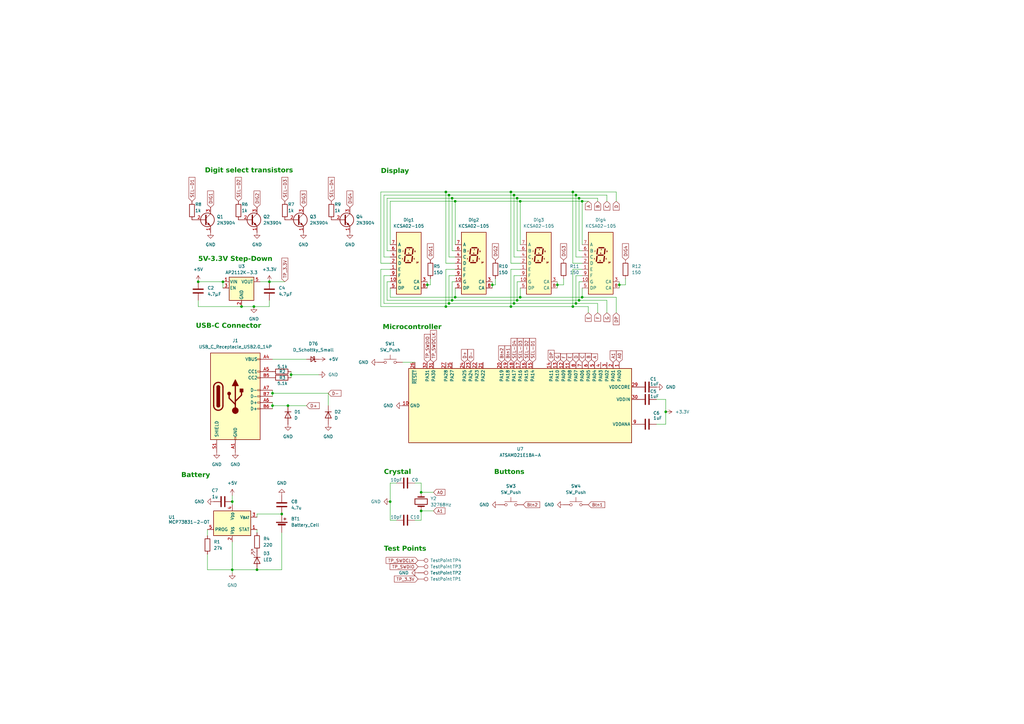
<source format=kicad_sch>
(kicad_sch (version 20231120) (generator "eeschema") (generator_version "8.0")
  (paper "A3")
  (title_block (title "Watch PCB") (date "2025-04-29") (rev "0.9"))
  (lib_symbols
    (symbol "Battery_Management:MCP73831-2-OT"
      (property "Reference" "U" (at -7.62 6.35 0))
      (property "Value" "MCP73831-2-OT" (at 1.27 6.35 0))
      (symbol "MCP73831-2-OT_1_1"
        (pin tri_state line (at 10.16 -2.54 180) (length 2.54) (name "STAT") (number "1"))
        (pin power_in line (at 0 -7.62 90) (length 2.54) (name "V_{SS}") (number "2"))
        (pin power_out line (at 10.16 2.54 180) (length 2.54) (name "V_{BAT}") (number "3"))
        (pin power_in line (at 0 7.62 270) (length 2.54) (name "V_{DD}") (number "4"))
        (pin input line (at -10.16 -2.54 0) (length 2.54) (name "PROG") (number "5"))
      )
    )
    (symbol "Connector:TestPoint" (pin_numbers hide) (pin_names (offset 0.762) hide)
      (property "Reference" "TP" (at 0 6.858 0))
      (property "Value" "TestPoint" (at 0 5.08 0))
      (symbol "TestPoint_1_1"
        (pin passive line (at 0 0 90) (length 2.54) (name "1") (number "1"))
      )
    )
    (symbol "Connector:USB_C_Receptacle_USB2.0_14P" (pin_names (offset 1.016))
      (property "Reference" "J" (at 0 22.225 0))
      (property "Value" "USB_C_Receptacle_USB2.0_14P" (at 0 19.685 0))
      (symbol "USB_C_Receptacle_USB2.0_14P_1_1"
        (pin passive line (at 0 -22.86 90) (length 5.08) (name "GND") (number "A1"))
        (pin passive line (at 0 -22.86 90) (length 5.08) hide (name "GND") (number "A12"))
        (pin passive line (at 15.24 15.24 180) (length 5.08) (name "VBUS") (number "A4"))
        (pin bidirectional line (at 15.24 10.16 180) (length 5.08) (name "CC1") (number "A5"))
        (pin bidirectional line (at 15.24 -2.54 180) (length 5.08) (name "D+") (number "A6"))
        (pin bidirectional line (at 15.24 2.54 180) (length 5.08) (name "D-") (number "A7"))
        (pin passive line (at 15.24 15.24 180) (length 5.08) hide (name "VBUS") (number "A9"))
        (pin passive line (at 0 -22.86 90) (length 5.08) hide (name "GND") (number "B1"))
        (pin passive line (at 0 -22.86 90) (length 5.08) hide (name "GND") (number "B12"))
        (pin passive line (at 15.24 15.24 180) (length 5.08) hide (name "VBUS") (number "B4"))
        (pin bidirectional line (at 15.24 7.62 180) (length 5.08) (name "CC2") (number "B5"))
        (pin bidirectional line (at 15.24 -5.08 180) (length 5.08) (name "D+") (number "B6"))
        (pin bidirectional line (at 15.24 0 180) (length 5.08) (name "D-") (number "B7"))
        (pin passive line (at 15.24 15.24 180) (length 5.08) hide (name "VBUS") (number "B9"))
        (pin passive line (at -7.62 -22.86 90) (length 5.08) (name "SHIELD") (number "S1"))
      )
    )
    (symbol "Device:Battery_Cell" (pin_numbers hide) (pin_names (offset 0) hide)
      (property "Reference" "BT" (at 2.54 2.54 0))
      (property "Value" "Battery_Cell" (at 2.54 0 0))
      (symbol "Battery_Cell_1_1"
        (pin passive line (at 0 5.08 270) (length 2.54) (name "+") (number "1"))
        (pin passive line (at 0 -2.54 90) (length 2.54) (name "-") (number "2"))
      )
    )
    (symbol "Device:C" (pin_numbers hide) (pin_names (offset 0.254))
      (property "Reference" "C" (at 0.635 2.54 0))
      (property "Value" "C" (at 0.635 -2.54 0))
      (symbol "C_1_1"
        (pin passive line (at 0 3.81 270) (length 2.794) (name "~") (number "1"))
        (pin passive line (at 0 -3.81 90) (length 2.794) (name "~") (number "2"))
      )
    )
    (symbol "Device:Crystal" (pin_numbers hide) (pin_names (offset 1.016) hide)
      (property "Reference" "Y" (at 0 3.81 0))
      (property "Value" "Crystal" (at 0 -3.81 0))
      (symbol "Crystal_1_1"
        (pin passive line (at -3.81 0 0) (length 1.27) (name "1") (number "1"))
        (pin passive line (at 3.81 0 180) (length 1.27) (name "2") (number "2"))
      )
    )
    (symbol "Device:D" (pin_numbers hide) (pin_names (offset 1.016) hide)
      (property "Reference" "D" (at 0 2.54 0))
      (property "Value" "D" (at 0 -2.54 0))
      (symbol "D_1_1"
        (pin passive line (at -3.81 0 0) (length 2.54) (name "K") (number "1"))
        (pin passive line (at 3.81 0 180) (length 2.54) (name "A") (number "2"))
      )
    )
    (symbol "Device:D_Schottky_Small" (pin_numbers hide) (pin_names (offset 0.254) hide)
      (property "Reference" "D" (at -1.27 2.032 0))
      (property "Value" "D_Schottky_Small" (at -7.112 -2.032 0))
      (symbol "D_Schottky_Small_1_1"
        (pin passive line (at -2.54 0 0) (length 1.778) (name "K") (number "1"))
        (pin passive line (at 2.54 0 180) (length 1.778) (name "A") (number "2"))
      )
    )
    (symbol "Device:LED" (pin_numbers hide) (pin_names (offset 1.016) hide)
      (property "Reference" "D" (at 0 2.54 0))
      (property "Value" "LED" (at 0 -2.54 0))
      (symbol "LED_1_1"
        (pin passive line (at -3.81 0 0) (length 2.54) (name "K") (number "1"))
        (pin passive line (at 3.81 0 180) (length 2.54) (name "A") (number "2"))
      )
    )
    (symbol "Device:R" (pin_numbers hide) (pin_names (offset 0))
      (property "Reference" "R" (at 2.032 0 90))
      (property "Value" "R" (at 0 0 90))
      (symbol "R_1_1"
        (pin passive line (at 0 3.81 270) (length 1.27) (name "~") (number "1"))
        (pin passive line (at 0 -3.81 90) (length 1.27) (name "~") (number "2"))
      )
    )
    (symbol "Display_Character:KCSA02-105" (pin_names (offset 0.635))
      (property "Reference" "U" (at -2.54 13.97 0))
      (property "Value" "KCSA02-105" (at 1.27 13.97 0))
      (symbol "KCSA02-105_0_0"
        (text "A" (at 0.254 5.588 0) (effects (font (size 0.508 0.508))))
        (text "B" (at 2.54 4.826 0) (effects (font (size 0.508 0.508))))
        (text "C" (at 2.286 1.778 0) (effects (font (size 0.508 0.508))))
        (text "D" (at -0.254 1.016 0) (effects (font (size 0.508 0.508))))
        (text "DP" (at 3.556 0.254 0) (effects (font (size 0.508 0.508))))
        (text "E" (at -2.54 1.778 0) (effects (font (size 0.508 0.508))))
        (text "F" (at -2.286 4.826 0) (effects (font (size 0.508 0.508))))
        (text "G" (at 0 4.064 0) (effects (font (size 0.508 0.508))))
      )
      (symbol "KCSA02-105_1_1"
        (pin input line (at -7.62 -2.54 0) (length 2.54) (name "E") (number "1"))
        (pin input line (at -7.62 -7.62 0) (length 2.54) (name "G") (number "10"))
        (pin input line (at -7.62 0 0) (length 2.54) (name "D") (number "2"))
        (pin input line (at 7.62 -7.62 180) (length 2.54) (name "CA") (number "3"))
        (pin input line (at -7.62 2.54 0) (length 2.54) (name "C") (number "4"))
        (pin input line (at -7.62 -10.16 0) (length 2.54) (name "DP") (number "5"))
        (pin input line (at -7.62 5.08 0) (length 2.54) (name "B") (number "6"))
        (pin input line (at -7.62 7.62 0) (length 2.54) (name "A") (number "7"))
        (pin input line (at 7.62 -10.16 180) (length 2.54) (name "CA") (number "8"))
        (pin input line (at -7.62 -5.08 0) (length 2.54) (name "F") (number "9"))
      )
    )
    (symbol "MCU_Microchip_SAMD:ATSAMD21E18A-A"
      (property "Reference" "U" (at -13.97 46.99 0))
      (property "Value" "ATSAMD21E18A-A" (at 16.51 46.99 0))
      (symbol "ATSAMD21E18A-A_1_1"
        (pin bidirectional line (at -17.78 40.64 0) (length 2.54) (name "PA00") (number "1"))
        (pin power_in line (at 0 -48.26 90) (length 2.54) (name "GND") (number "10"))
        (pin bidirectional line (at -17.78 20.32 0) (length 2.54) (name "PA08") (number "11"))
        (pin bidirectional line (at -17.78 17.78 0) (length 2.54) (name "PA09") (number "12"))
        (pin bidirectional line (at -17.78 15.24 0) (length 2.54) (name "PA10") (number "13"))
        (pin bidirectional line (at -17.78 12.7 0) (length 2.54) (name "PA11") (number "14"))
        (pin bidirectional line (at -17.78 5.08 0) (length 2.54) (name "PA14") (number "15"))
        (pin bidirectional line (at -17.78 2.54 0) (length 2.54) (name "PA15") (number "16"))
        (pin bidirectional line (at -17.78 0 0) (length 2.54) (name "PA16") (number "17"))
        (pin bidirectional line (at -17.78 -2.54 0) (length 2.54) (name "PA17") (number "18"))
        (pin bidirectional line (at -17.78 -5.08 0) (length 2.54) (name "PA18") (number "19"))
        (pin bidirectional line (at -17.78 38.1 0) (length 2.54) (name "PA01") (number "2"))
        (pin bidirectional line (at -17.78 -7.62 0) (length 2.54) (name "PA19") (number "20"))
        (pin bidirectional line (at -17.78 -15.24 0) (length 2.54) (name "PA22") (number "21"))
        (pin bidirectional line (at -17.78 -17.78 0) (length 2.54) (name "PA23") (number "22"))
        (pin bidirectional line (at -17.78 -20.32 0) (length 2.54) (name "PA24") (number "23"))
        (pin bidirectional line (at -17.78 -22.86 0) (length 2.54) (name "PA25") (number "24"))
        (pin bidirectional line (at -17.78 -27.94 0) (length 2.54) (name "PA27") (number "25"))
        (pin input line (at -17.78 -43.18 0) (length 2.54) (name "~{RESET}") (number "26"))
        (pin bidirectional line (at -17.78 -30.48 0) (length 2.54) (name "PA28") (number "27"))
        (pin passive line (at 0 -48.26 90) (length 2.54) hide (name "GND") (number "28"))
        (pin power_out line (at -7.62 48.26 270) (length 2.54) (name "VDDCORE") (number "29"))
        (pin bidirectional line (at -17.78 35.56 0) (length 2.54) (name "PA02") (number "3"))
        (pin power_in line (at -2.54 48.26 270) (length 2.54) (name "VDDIN") (number "30"))
        (pin bidirectional line (at -17.78 -35.56 0) (length 2.54) (name "PA30") (number "31"))
        (pin bidirectional line (at -17.78 -38.1 0) (length 2.54) (name "PA31") (number "32"))
        (pin bidirectional line (at -17.78 33.02 0) (length 2.54) (name "PA03") (number "4"))
        (pin bidirectional line (at -17.78 30.48 0) (length 2.54) (name "PA04") (number "5"))
        (pin bidirectional line (at -17.78 27.94 0) (length 2.54) (name "PA05") (number "6"))
        (pin bidirectional line (at -17.78 25.4 0) (length 2.54) (name "PA06") (number "7"))
        (pin bidirectional line (at -17.78 22.86 0) (length 2.54) (name "PA07") (number "8"))
        (pin power_in line (at 7.62 48.26 270) (length 2.54) (name "VDDANA") (number "9"))
      )
    )
    (symbol "Regulator_Linear:AP2112K-3.3" (pin_names (offset 0.254))
      (property "Reference" "U" (at -5.08 5.715 0))
      (property "Value" "AP2112K-3.3" (at 0 5.715 0))
      (symbol "AP2112K-3.3_1_1"
        (pin power_in line (at -7.62 2.54 0) (length 2.54) (name "VIN") (number "1"))
        (pin power_in line (at 0 -7.62 90) (length 2.54) (name "GND") (number "2"))
        (pin input line (at -7.62 0 0) (length 2.54) (name "EN") (number "3"))
        (pin no_connect line (at 5.08 0 180) (length 2.54) hide (name "NC") (number "4"))
        (pin power_out line (at 7.62 2.54 180) (length 2.54) (name "VOUT") (number "5"))
      )
    )
    (symbol "Switch:SW_Push" (pin_numbers hide) (pin_names (offset 1.016) hide)
      (property "Reference" "SW" (at 1.27 2.54 0))
      (property "Value" "SW_Push" (at 0 -1.524 0))
      (symbol "SW_Push_0_1"
        (pin passive line (at -5.08 0 0) (length 2.54) (name "1") (number "1"))
        (pin passive line (at 5.08 0 180) (length 2.54) (name "2") (number "2"))
      )
    )
    (symbol "Transistor_BJT:2N3904" (pin_names (offset 0) hide)
      (property "Reference" "Q" (at 5.08 1.905 0))
      (property "Value" "2N3904" (at 5.08 0 0))
      (symbol "2N3904_1_1"
        (pin passive line (at 2.54 -5.08 90) (length 2.54) (name "E") (number "1"))
        (pin passive line (at -5.08 0 0) (length 5.715) (name "B") (number "2"))
        (pin passive line (at 2.54 5.08 270) (length 2.54) (name "C") (number "3"))
      )
    )
    (symbol "power:+3.3V" (power) (pin_numbers hide) (pin_names (offset 0) hide)
      (property "Value" "+3.3V" (at 0 3.556 0))
      (symbol "+3.3V_1_1"
        (pin power_in line (at 0 0 90) (length 0) (name "~") (number "1"))
      )
    )
    (symbol "power:+5V" (power) (pin_numbers hide) (pin_names (offset 0) hide)
      (property "Value" "+5V" (at 0 3.556 0))
      (symbol "+5V_1_1"
        (pin power_in line (at 0 0 90) (length 0) (name "~") (number "1"))
      )
    )
    (symbol "power:GND" (power) (pin_numbers hide) (pin_names (offset 0) hide)
      (property "Value" "GND" (at 0 -3.81 0))
      (symbol "GND_1_1"
        (pin power_in line (at 0 0 270) (length 0) (name "~") (number "1"))
      )
    )
  )
  (junction (at 95.25 205.74))
  (junction (at 160.02 205.74))
  (junction (at 111.76 166.37))
  (junction (at 254 116.84))
  (junction (at 238.76 121.92))
  (junction (at 237.49 81.28))
  (junction (at 237.49 123.19))
  (junction (at 210.82 80.01))
  (junction (at 172.72 209.55))
  (junction (at 105.41 233.68))
  (junction (at 175.26 116.84))
  (junction (at 212.09 123.19))
  (junction (at 201.93 116.84))
  (junction (at 104.14 125.73))
  (junction (at 172.72 201.93))
  (junction (at 212.09 81.28))
  (junction (at 91.44 115.57))
  (junction (at 184.15 124.46))
  (junction (at 118.11 166.37))
  (junction (at 119.38 153.67))
  (junction (at 228.6 116.84))
  (junction (at 115.57 210.82))
  (junction (at 234.95 125.73))
  (junction (at 111.76 161.29))
  (junction (at 238.76 82.55))
  (junction (at 185.42 123.19))
  (junction (at 186.69 121.92))
  (junction (at 99.06 125.73))
  (junction (at 236.22 80.01))
  (junction (at 273.05 168.91))
  (junction (at 213.36 121.92))
  (junction (at 209.55 125.73))
  (junction (at 236.22 124.46))
  (junction (at 234.95 78.74))
  (junction (at 182.88 125.73))
  (junction (at 213.36 82.55))
  (junction (at 182.88 78.74))
  (junction (at 210.82 124.46))
  (junction (at 209.55 78.74))
  (junction (at 184.15 80.01))
  (junction (at 81.28 115.57))
  (junction (at 185.42 81.28))
  (junction (at 186.69 82.55))
  (junction (at 110.49 115.57))
  (junction (at 95.25 233.68))
  (wire (pts (xy 245.11 128.27) (xy 245.11 124.46)))
  (wire (pts (xy 160.02 198.12) (xy 162.56 198.12)))
  (wire (pts (xy 236.22 80.01) (xy 236.22 105.41)))
  (wire (pts (xy 110.49 125.73) (xy 104.14 125.73)))
  (wire (pts (xy 115.57 233.68) (xy 105.41 233.68)))
  (wire (pts (xy 248.92 80.01) (xy 248.92 82.55)))
  (wire (pts (xy 234.95 125.73) (xy 234.95 110.49)))
  (wire (pts (xy 186.69 118.11) (xy 186.69 121.92)))
  (wire (pts (xy 111.76 166.37) (xy 118.11 166.37)))
  (wire (pts (xy 213.36 113.03) (xy 210.82 113.03)))
  (wire (pts (xy 104.14 125.73) (xy 99.06 125.73)))
  (wire (pts (xy 212.09 115.57) (xy 212.09 123.19)))
  (wire (pts (xy 273.05 163.83) (xy 273.05 168.91)))
  (wire (pts (xy 213.36 102.87) (xy 212.09 102.87)))
  (wire (pts (xy 176.53 114.3) (xy 176.53 116.84)))
  (wire (pts (xy 248.92 123.19) (xy 237.49 123.19)))
  (wire (pts (xy 184.15 124.46) (xy 210.82 124.46)))
  (wire (pts (xy 254 115.57) (xy 254 116.84)))
  (wire (pts (xy 212.09 123.19) (xy 237.49 123.19)))
  (wire (pts (xy 160.02 198.12) (xy 160.02 205.74)))
  (wire (pts (xy 210.82 105.41) (xy 210.82 80.01)))
  (wire (pts (xy 238.76 82.55) (xy 241.3 82.55)))
  (wire (pts (xy 134.62 166.37) (xy 134.62 161.29)))
  (wire (pts (xy 210.82 80.01) (xy 236.22 80.01)))
  (wire (pts (xy 160.02 102.87) (xy 158.75 102.87)))
  (wire (pts (xy 156.21 125.73) (xy 182.88 125.73)))
  (wire (pts (xy 95.25 203.2) (xy 95.25 205.74)))
  (wire (pts (xy 237.49 102.87) (xy 238.76 102.87)))
  (wire (pts (xy 160.02 82.55) (xy 186.69 82.55)))
  (wire (pts (xy 234.95 78.74) (xy 252.73 78.74)))
  (wire (pts (xy 213.36 105.41) (xy 210.82 105.41)))
  (wire (pts (xy 172.72 213.36) (xy 172.72 209.55)))
  (wire (pts (xy 106.68 115.57) (xy 110.49 115.57)))
  (wire (pts (xy 172.72 209.55) (xy 177.8 209.55)))
  (wire (pts (xy 182.88 125.73) (xy 209.55 125.73)))
  (wire (pts (xy 158.75 123.19) (xy 185.42 123.19)))
  (wire (pts (xy 115.57 218.44) (xy 115.57 233.68)))
  (wire (pts (xy 245.11 124.46) (xy 236.22 124.46)))
  (wire (pts (xy 256.54 114.3) (xy 256.54 116.84)))
  (wire (pts (xy 158.75 81.28) (xy 185.42 81.28)))
  (wire (pts (xy 209.55 107.95) (xy 209.55 78.74)))
  (wire (pts (xy 185.42 115.57) (xy 185.42 123.19)))
  (wire (pts (xy 210.82 124.46) (xy 236.22 124.46)))
  (wire (pts (xy 160.02 105.41) (xy 157.48 105.41)))
  (wire (pts (xy 95.25 234.95) (xy 95.25 233.68)))
  (wire (pts (xy 110.49 123.19) (xy 110.49 125.73)))
  (wire (pts (xy 213.36 82.55) (xy 213.36 100.33)))
  (wire (pts (xy 273.05 173.99) (xy 269.24 173.99)))
  (wire (pts (xy 156.21 107.95) (xy 156.21 78.74)))
  (wire (pts (xy 236.22 105.41) (xy 238.76 105.41)))
  (wire (pts (xy 185.42 123.19) (xy 212.09 123.19)))
  (wire (pts (xy 186.69 115.57) (xy 185.42 115.57)))
  (wire (pts (xy 175.26 116.84) (xy 175.26 118.11)))
  (wire (pts (xy 201.93 115.57) (xy 201.93 116.84)))
  (wire (pts (xy 203.2 116.84) (xy 201.93 116.84)))
  (wire (pts (xy 186.69 82.55) (xy 213.36 82.55)))
  (wire (pts (xy 238.76 121.92) (xy 238.76 118.11)))
  (wire (pts (xy 111.76 161.29) (xy 134.62 161.29)))
  (wire (pts (xy 236.22 124.46) (xy 236.22 113.03)))
  (wire (pts (xy 201.93 116.84) (xy 201.93 118.11)))
  (wire (pts (xy 213.36 82.55) (xy 238.76 82.55)))
  (wire (pts (xy 160.02 113.03) (xy 157.48 113.03)))
  (wire (pts (xy 184.15 113.03) (xy 184.15 124.46)))
  (wire (pts (xy 175.26 115.57) (xy 175.26 116.84)))
  (wire (pts (xy 184.15 80.01) (xy 210.82 80.01)))
  (wire (pts (xy 99.06 125.73) (xy 81.28 125.73)))
  (wire (pts (xy 182.88 110.49) (xy 186.69 110.49)))
  (wire (pts (xy 254 116.84) (xy 254 118.11)))
  (wire (pts (xy 245.11 81.28) (xy 245.11 82.55)))
  (wire (pts (xy 130.81 153.67) (xy 119.38 153.67)))
  (wire (pts (xy 95.25 205.74) (xy 95.25 207.01)))
  (wire (pts (xy 157.48 80.01) (xy 184.15 80.01)))
  (wire (pts (xy 160.02 100.33) (xy 160.02 82.55)))
  (wire (pts (xy 186.69 113.03) (xy 184.15 113.03)))
  (wire (pts (xy 160.02 110.49) (xy 156.21 110.49)))
  (wire (pts (xy 252.73 121.92) (xy 238.76 121.92)))
  (wire (pts (xy 231.14 114.3) (xy 231.14 116.84)))
  (wire (pts (xy 234.95 110.49) (xy 238.76 110.49)))
  (wire (pts (xy 172.72 201.93) (xy 177.8 201.93)))
  (wire (pts (xy 210.82 113.03) (xy 210.82 124.46)))
  (wire (pts (xy 186.69 121.92) (xy 213.36 121.92)))
  (wire (pts (xy 105.41 218.44) (xy 105.41 217.17)))
  (wire (pts (xy 119.38 152.4) (xy 119.38 153.67)))
  (wire (pts (xy 158.75 102.87) (xy 158.75 81.28)))
  (wire (pts (xy 252.73 78.74) (xy 252.73 82.55)))
  (wire (pts (xy 252.73 128.27) (xy 252.73 121.92)))
  (wire (pts (xy 85.09 227.33) (xy 85.09 233.68)))
  (wire (pts (xy 111.76 165.1) (xy 111.76 166.37)))
  (wire (pts (xy 237.49 115.57) (xy 238.76 115.57)))
  (wire (pts (xy 118.11 166.37) (xy 125.73 166.37)))
  (wire (pts (xy 182.88 107.95) (xy 182.88 78.74)))
  (wire (pts (xy 213.36 107.95) (xy 209.55 107.95)))
  (wire (pts (xy 81.28 115.57) (xy 91.44 115.57)))
  (wire (pts (xy 237.49 123.19) (xy 237.49 115.57)))
  (wire (pts (xy 170.18 198.12) (xy 172.72 198.12)))
  (wire (pts (xy 156.21 110.49) (xy 156.21 125.73)))
  (wire (pts (xy 228.6 115.57) (xy 228.6 116.84)))
  (wire (pts (xy 209.55 78.74) (xy 234.95 78.74)))
  (wire (pts (xy 115.57 210.82) (xy 105.41 210.82)))
  (wire (pts (xy 95.25 222.25) (xy 95.25 233.68)))
  (wire (pts (xy 186.69 105.41) (xy 184.15 105.41)))
  (wire (pts (xy 213.36 115.57) (xy 212.09 115.57)))
  (wire (pts (xy 165.1 148.59) (xy 170.18 148.59)))
  (wire (pts (xy 156.21 78.74) (xy 182.88 78.74)))
  (wire (pts (xy 157.48 124.46) (xy 184.15 124.46)))
  (wire (pts (xy 237.49 81.28) (xy 245.11 81.28)))
  (wire (pts (xy 248.92 128.27) (xy 248.92 123.19)))
  (wire (pts (xy 209.55 125.73) (xy 234.95 125.73)))
  (wire (pts (xy 158.75 115.57) (xy 158.75 123.19)))
  (wire (pts (xy 186.69 107.95) (xy 182.88 107.95)))
  (wire (pts (xy 157.48 105.41) (xy 157.48 80.01)))
  (wire (pts (xy 116.84 115.57) (xy 110.49 115.57)))
  (wire (pts (xy 256.54 116.84) (xy 254 116.84)))
  (wire (pts (xy 212.09 81.28) (xy 212.09 102.87)))
  (wire (pts (xy 184.15 105.41) (xy 184.15 80.01)))
  (wire (pts (xy 182.88 125.73) (xy 182.88 110.49)))
  (wire (pts (xy 111.76 160.02) (xy 111.76 161.29)))
  (wire (pts (xy 172.72 198.12) (xy 172.72 201.93)))
  (wire (pts (xy 85.09 233.68) (xy 95.25 233.68)))
  (wire (pts (xy 241.3 128.27) (xy 241.3 125.73)))
  (wire (pts (xy 236.22 80.01) (xy 248.92 80.01)))
  (wire (pts (xy 213.36 110.49) (xy 209.55 110.49)))
  (wire (pts (xy 228.6 116.84) (xy 228.6 118.11)))
  (wire (pts (xy 105.41 210.82) (xy 105.41 212.09)))
  (wire (pts (xy 160.02 118.11) (xy 160.02 121.92)))
  (wire (pts (xy 241.3 125.73) (xy 234.95 125.73)))
  (wire (pts (xy 203.2 114.3) (xy 203.2 116.84)))
  (wire (pts (xy 176.53 116.84) (xy 175.26 116.84)))
  (wire (pts (xy 160.02 205.74) (xy 160.02 213.36)))
  (wire (pts (xy 238.76 82.55) (xy 238.76 100.33)))
  (wire (pts (xy 91.44 115.57) (xy 91.44 118.11)))
  (wire (pts (xy 212.09 81.28) (xy 237.49 81.28)))
  (wire (pts (xy 157.48 113.03) (xy 157.48 124.46)))
  (wire (pts (xy 231.14 116.84) (xy 228.6 116.84)))
  (wire (pts (xy 111.76 161.29) (xy 111.76 162.56)))
  (wire (pts (xy 234.95 78.74) (xy 234.95 107.95)))
  (wire (pts (xy 160.02 213.36) (xy 162.56 213.36)))
  (wire (pts (xy 185.42 81.28) (xy 212.09 81.28)))
  (wire (pts (xy 170.18 213.36) (xy 172.72 213.36)))
  (wire (pts (xy 105.41 233.68) (xy 95.25 233.68)))
  (wire (pts (xy 234.95 107.95) (xy 238.76 107.95)))
  (wire (pts (xy 273.05 163.83) (xy 269.24 163.83)))
  (wire (pts (xy 182.88 78.74) (xy 209.55 78.74)))
  (wire (pts (xy 119.38 153.67) (xy 119.38 154.94)))
  (wire (pts (xy 160.02 115.57) (xy 158.75 115.57)))
  (wire (pts (xy 273.05 168.91) (xy 273.05 173.99)))
  (wire (pts (xy 209.55 110.49) (xy 209.55 125.73)))
  (wire (pts (xy 213.36 121.92) (xy 238.76 121.92)))
  (wire (pts (xy 111.76 166.37) (xy 111.76 167.64)))
  (wire (pts (xy 213.36 118.11) (xy 213.36 121.92)))
  (wire (pts (xy 236.22 113.03) (xy 238.76 113.03)))
  (wire (pts (xy 185.42 102.87) (xy 186.69 102.87)))
  (wire (pts (xy 125.73 147.32) (xy 111.76 147.32)))
  (wire (pts (xy 185.42 81.28) (xy 185.42 102.87)))
  (wire (pts (xy 85.09 219.71) (xy 85.09 217.17)))
  (wire (pts (xy 160.02 107.95) (xy 156.21 107.95)))
  (wire (pts (xy 160.02 121.92) (xy 186.69 121.92)))
  (wire (pts (xy 186.69 82.55) (xy 186.69 100.33)))
  (wire (pts (xy 237.49 81.28) (xy 237.49 102.87)))
  (wire (pts (xy 81.28 125.73) (xy 81.28 123.19)))
  (text "Battery" (at 80.264 195.58 0) (effects (font (size 2 2) (bold yes))))
  (text "Crystal" (at 157.48 194.31 0) (effects (font (size 2 2) (bold yes)) (justify left)))
  (text "Display" (at 156.21 70.866 0) (effects (font (size 2 2) (bold yes)) (justify left)))
  (text "Test Points" (at 157.48 225.806 0) (effects (font (size 2 2) (bold yes)) (justify left)))
  (text "Microcontroller" (at 156.972 134.874 0) (effects (font (size 2 2) (bold yes)) (justify left)))
  (text "Digit select transistors" (at 102.108 70.612 0) (effects (font (size 2 2) (bold yes))))
  (text "5V-3.3V Step-Down" (at 96.52 106.934 0) (effects (font (size 2 2) (bold yes))))
  (text "Buttons" (at 202.692 194.31 0) (effects (font (size 2 2) (bold yes)) (justify left)))
  (text "USB-C Connector" (at 93.726 134.366 0) (effects (font (size 2 2) (bold yes))))
  (global_label "Btn1" (shape input) (at 241.3 207.01 0) (property "Intersheetrefs" "${INTERSHEET_REFS}" (effects (hide yes))))
  (global_label "A1" (shape input) (at 251.46 148.59 90) (property "Intersheetrefs" "${INTERSHEET_REFS}" (effects (hide yes))))
  (global_label "F" (shape input) (at 231.14 148.59 90) (property "Intersheetrefs" "${INTERSHEET_REFS}" (effects (hide yes))))
  (global_label "Btn2" (shape input) (at 205.74 148.59 90) (property "Intersheetrefs" "${INTERSHEET_REFS}" (effects (hide yes))))
  (global_label "D-" (shape input) (at 134.62 161.29 0) (property "Intersheetrefs" "${INTERSHEET_REFS}" (effects (hide yes))))
  (global_label "G" (shape input) (at 228.6 148.59 90) (property "Intersheetrefs" "${INTERSHEET_REFS}" (effects (hide yes))))
  (global_label "DIG1" (shape input) (at 176.53 106.68 90) (property "Intersheetrefs" "${INTERSHEET_REFS}" (effects (hide yes))))
  (global_label "D-" (shape input) (at 193.04 148.59 90) (property "Intersheetrefs" "${INTERSHEET_REFS}" (effects (hide yes))))
  (global_label "F" (shape input) (at 245.11 128.27 270) (property "Intersheetrefs" "${INTERSHEET_REFS}" (effects (hide yes))))
  (global_label "A0" (shape input) (at 254 148.59 90) (property "Intersheetrefs" "${INTERSHEET_REFS}" (effects (hide yes))))
  (global_label "DIG1" (shape input) (at 86.36 85.09 90) (property "Intersheetrefs" "${INTERSHEET_REFS}" (effects (hide yes))))
  (global_label "B" (shape input) (at 245.11 82.55 270) (property "Intersheetrefs" "${INTERSHEET_REFS}" (effects (hide yes))))
  (global_label "SEL-D4" (shape input) (at 135.89 82.55 90) (property "Intersheetrefs" "${INTERSHEET_REFS}" (effects (hide yes))))
  (global_label "SEL-D3" (shape input) (at 116.84 82.55 90) (property "Intersheetrefs" "${INTERSHEET_REFS}" (effects (hide yes))))
  (global_label "B" (shape input) (at 241.3 148.59 90) (property "Intersheetrefs" "${INTERSHEET_REFS}" (effects (hide yes))))
  (global_label "C" (shape input) (at 238.76 148.59 90) (property "Intersheetrefs" "${INTERSHEET_REFS}" (effects (hide yes))))
  (global_label "A" (shape input) (at 243.84 148.59 90) (property "Intersheetrefs" "${INTERSHEET_REFS}" (effects (hide yes))))
  (global_label "TP_SWDCLK" (shape input) (at 171.45 229.87 180) (property "Intersheetrefs" "${INTERSHEET_REFS}" (effects (hide yes))))
  (global_label "E" (shape input) (at 233.68 148.59 90) (property "Intersheetrefs" "${INTERSHEET_REFS}" (effects (hide yes))))
  (global_label "TP_3.3V" (shape input) (at 171.45 237.49 180) (property "Intersheetrefs" "${INTERSHEET_REFS}" (effects (hide yes))))
  (global_label "SEL-D1" (shape input) (at 218.44 148.59 90) (property "Intersheetrefs" "${INTERSHEET_REFS}" (effects (hide yes))))
  (global_label "D+" (shape input) (at 190.5 148.59 90) (property "Intersheetrefs" "${INTERSHEET_REFS}" (effects (hide yes))))
  (global_label "C" (shape input) (at 248.92 82.55 270) (property "Intersheetrefs" "${INTERSHEET_REFS}" (effects (hide yes))))
  (global_label "TP_3.3V" (shape input) (at 116.84 115.57 90) (property "Intersheetrefs" "${INTERSHEET_REFS}" (effects (hide yes))))
  (global_label "A" (shape input) (at 241.3 82.55 270) (property "Intersheetrefs" "${INTERSHEET_REFS}" (effects (hide yes))))
  (global_label "Btn2" (shape input) (at 214.63 207.01 0) (property "Intersheetrefs" "${INTERSHEET_REFS}" (effects (hide yes))))
  (global_label "G" (shape input) (at 248.92 128.27 270) (property "Intersheetrefs" "${INTERSHEET_REFS}" (effects (hide yes))))
  (global_label "DP" (shape input) (at 252.73 128.27 270) (property "Intersheetrefs" "${INTERSHEET_REFS}" (effects (hide yes))))
  (global_label "SEL-D3" (shape input) (at 213.36 148.59 90) (property "Intersheetrefs" "${INTERSHEET_REFS}" (effects (hide yes))))
  (global_label "DIG4" (shape input) (at 256.54 106.68 90) (property "Intersheetrefs" "${INTERSHEET_REFS}" (effects (hide yes))))
  (global_label "DIG3" (shape input) (at 231.14 106.68 90) (property "Intersheetrefs" "${INTERSHEET_REFS}" (effects (hide yes))))
  (global_label "Btn1" (shape input) (at 208.28 148.59 90) (property "Intersheetrefs" "${INTERSHEET_REFS}" (effects (hide yes))))
  (global_label "A1" (shape input) (at 177.8 209.55 0) (property "Intersheetrefs" "${INTERSHEET_REFS}" (effects (hide yes))))
  (global_label "DIG2" (shape input) (at 105.41 85.09 90) (property "Intersheetrefs" "${INTERSHEET_REFS}" (effects (hide yes))))
  (global_label "SEL-D2" (shape input) (at 215.9 148.59 90) (property "Intersheetrefs" "${INTERSHEET_REFS}" (effects (hide yes))))
  (global_label "TP_SWDIO" (shape input) (at 171.45 232.41 180) (property "Intersheetrefs" "${INTERSHEET_REFS}" (effects (hide yes))))
  (global_label "DIG4" (shape input) (at 143.51 85.09 90) (property "Intersheetrefs" "${INTERSHEET_REFS}" (effects (hide yes))))
  (global_label "DIG2" (shape input) (at 203.2 106.68 90) (property "Intersheetrefs" "${INTERSHEET_REFS}" (effects (hide yes))))
  (global_label "A0" (shape input) (at 177.8 201.93 0) (property "Intersheetrefs" "${INTERSHEET_REFS}" (effects (hide yes))))
  (global_label "SEL-D2" (shape input) (at 97.79 82.55 90) (property "Intersheetrefs" "${INTERSHEET_REFS}" (effects (hide yes))))
  (global_label "D" (shape input) (at 252.73 82.55 270) (property "Intersheetrefs" "${INTERSHEET_REFS}" (effects (hide yes))))
  (global_label "TP_SWDCLK" (shape input) (at 177.8 148.59 90) (property "Intersheetrefs" "${INTERSHEET_REFS}" (effects (hide yes))))
  (global_label "SEL-D1" (shape input) (at 78.74 82.55 90) (property "Intersheetrefs" "${INTERSHEET_REFS}" (effects (hide yes))))
  (global_label "SEL-D4" (shape input) (at 210.82 148.59 90) (property "Intersheetrefs" "${INTERSHEET_REFS}" (effects (hide yes))))
  (global_label "TP_SWDIO" (shape input) (at 175.26 148.59 90) (property "Intersheetrefs" "${INTERSHEET_REFS}" (effects (hide yes))))
  (global_label "E" (shape input) (at 241.3 128.27 270) (property "Intersheetrefs" "${INTERSHEET_REFS}" (effects (hide yes))))
  (global_label "DP" (shape input) (at 226.06 148.59 90) (property "Intersheetrefs" "${INTERSHEET_REFS}" (effects (hide yes))))
  (global_label "D" (shape input) (at 236.22 148.59 90) (property "Intersheetrefs" "${INTERSHEET_REFS}" (effects (hide yes))))
  (global_label "DIG3" (shape input) (at 124.46 85.09 90) (property "Intersheetrefs" "${INTERSHEET_REFS}" (effects (hide yes))))
  (global_label "D+" (shape input) (at 125.73 166.37 0) (property "Intersheetrefs" "${INTERSHEET_REFS}" (effects (hide yes))))
  (symbol (lib_id "Switch:SW_Push") (at 160.02 148.59 0) (unit 1)
    (property "Reference" "SW1" (at 160.02 140.97 0))
    (property "Value" "SW_Push" (at 160.02 143.51 0))
    (property "Footprint" "Button_Switch_SMD:SW_SPST_B3U-1000P" (effects (hide yes)))
    (property "Description" "Push button switch, generic, two pins" (effects (hide yes)))
  )
  (symbol (lib_id "power:GND") (at 143.51 95.25 0) (unit 1)
    (property "Reference" "#PWR022" (effects (hide yes)))
    (property "Value" "GND" (at 143.51 100.33 0))
    (property "Description" "Power symbol creates a global label with name \"GND\" , ground" (effects (hide yes)))
  )
  (symbol (lib_id "Device:C") (at 265.43 173.99 90) (unit 1)
    (property "Reference" "C6" (at 269.24 169.418 90))
    (property "Value" "1uF" (at 269.748 171.45 90))
    (property "Footprint" "Capacitor_SMD:C_0603_1608Metric" (effects (hide yes)))
    (property "Description" "Unpolarized capacitor" (effects (hide yes)))
  )
  (symbol (lib_id "Device:R") (at 176.53 110.49 0) (unit 1)
    (property "Reference" "R5" (at 177.8 109.22 0) (effects (justify left)))
    (property "Value" "150" (at 177.8 111.76 0) (effects (justify left)))
    (property "Footprint" "Resistor_SMD:R_0603_1608Metric" (effects (hide yes)))
    (property "Description" "Resistor" (effects (hide yes)))
  )
  (symbol (lib_id "Display_Character:KCSA02-105") (at 167.64 107.95 0) (unit 1)
    (property "Reference" "Dig1" (at 167.64 90.17 0))
    (property "Value" "KCSA02-105" (at 167.64 92.71 0))
    (property "Footprint" "Display_7Segment:KCSC02-105" (effects (hide yes)))
    (property "Datasheet" "http://www.kingbright.com/attachments/file/psearch/000/00/00/KCSA02-105(Ver.10A).pdf" (effects (hide yes)))
    (property "Description" "One digit 7 segment hyper red LED, common anode" (effects (hide yes)))
  )
  (symbol (lib_id "Device:C") (at 110.49 119.38 0) (unit 1)
    (property "Reference" "C4" (at 114.3 118.1099 0) (effects (justify left)))
    (property "Value" "4.7µF" (at 114.3 120.6499 0) (effects (justify left)))
    (property "Footprint" "Capacitor_SMD:C_0603_1608Metric" (effects (hide yes)))
    (property "Description" "Unpolarized capacitor" (effects (hide yes)))
  )
  (symbol (lib_id "power:GND") (at 86.36 95.25 0) (unit 1)
    (property "Reference" "#PWR019" (effects (hide yes)))
    (property "Value" "GND" (at 86.36 100.33 0))
    (property "Description" "Power symbol creates a global label with name \"GND\" , ground" (effects (hide yes)))
  )
  (symbol (lib_id "Switch:SW_Push") (at 236.22 207.01 0) (unit 1)
    (property "Reference" "SW4" (at 236.22 199.39 0))
    (property "Value" "SW_Push" (at 236.22 201.93 0))
    (property "Footprint" "Button_Switch_SMD:SW_SPST_B3U-1000P" (effects (hide yes)))
    (property "Description" "Push button switch, generic, two pins" (effects (hide yes)))
  )
  (symbol (lib_id "Device:LED") (at 105.41 229.87 270) (unit 1)
    (property "Reference" "D3" (at 107.95 227.0124 90) (effects (justify left)))
    (property "Value" "LED" (at 107.95 229.5524 90) (effects (justify left)))
    (property "Footprint" "LED_SMD:LED_0603_1608Metric" (effects (hide yes)))
    (property "Description" "Light emitting diode" (effects (hide yes)))
  )
  (symbol (lib_id "Device:C") (at 166.37 198.12 270) (unit 1)
    (property "Reference" "C9" (at 170.18 196.85 90))
    (property "Value" "10pF" (at 162.56 196.85 90))
    (property "Footprint" "Capacitor_SMD:C_0603_1608Metric" (effects (hide yes)))
    (property "Datasheet" "https://datasheet.octopart.com/CL21C100JBANNNC-Samsung-Electro-Mechanics-datasheet-8324245.pdf" (effects (hide yes)))
    (property "MPN" "CL21C100JBANNNC" (effects (hide yes)))
  )
  (symbol (lib_id "Device:R") (at 135.89 86.36 0) (unit 1)
    (property "Reference" "R9" (at 137.16 83.82 0) (effects (justify left)))
    (property "Value" "1k" (at 137.16 86.36 0) (effects (justify left)))
    (property "Footprint" "Resistor_SMD:R_0603_1608Metric" (effects (hide yes)))
    (property "Description" "Resistor" (effects (hide yes)))
  )
  (symbol (lib_id "Device:R") (at 115.57 152.4 90) (unit 1)
    (property "Reference" "R2" (at 115.824 152.4 90))
    (property "Value" "5.1k" (at 115.824 150.368 90))
    (property "Footprint" "Resistor_SMD:R_0603_1608Metric" (effects (hide yes)))
    (property "Description" "Resistor" (effects (hide yes)))
  )
  (symbol (lib_id "Connector:USB_C_Receptacle_USB2.0_14P") (at 96.52 162.56 0) (unit 1)
    (property "Reference" "J1" (at 96.52 139.7 0))
    (property "Value" "USB_C_Receptacle_USB2.0_14P" (at 96.52 142.24 0))
    (property "Footprint" "Connector_USB:USB_C_Receptacle_HCTL_HC-TYPE-C-16P-01A" (effects (hide yes)))
    (property "Datasheet" "https://www.usb.org/sites/default/files/documents/usb_type-c.zip" (effects (hide yes)))
    (property "Description" "USB 2.0-only 14P Type-C Receptacle connector" (effects (hide yes)))
  )
  (symbol (lib_id "power:GND") (at 104.14 125.73 0) (unit 1)
    (property "Reference" "#PWR06" (effects (hide yes)))
    (property "Value" "GND" (at 104.14 130.81 0))
    (property "Description" "Power symbol creates a global label with name \"GND\" , ground" (effects (hide yes)))
  )
  (symbol (lib_id "Connector:TestPoint") (at 171.45 237.49 270) (unit 1)
    (property "Reference" "TP1" (at 189.23 237.49 90) (effects (justify right)))
    (property "Value" "TestPoint" (at 185.42 237.49 90) (effects (justify right)))
    (property "Footprint" "TestPoint:TestPoint_Pad_D1.0mm" (effects (hide yes)))
    (property "Description" "test point" (effects (hide yes)))
  )
  (symbol (lib_id "power:+3.3V") (at 110.49 115.57 0) (unit 1)
    (property "Reference" "#PWR07" (effects (hide yes)))
    (property "Value" "+3.3V" (at 110.49 110.49 0))
    (property "Description" "Power symbol creates a global label with name \"+3.3V\"" (effects (hide yes)))
  )
  (symbol (lib_id "Device:Battery_Cell") (at 115.57 215.9 0) (unit 1)
    (property "Reference" "BT1" (at 119.38 212.7884 0) (effects (justify left)))
    (property "Value" "Battery_Cell" (at 119.38 215.3284 0) (effects (justify left)))
    (property "Footprint" "Battery:BatteryHolder_Keystone_1060_1x2032" (effects (hide yes)))
    (property "Description" "Single-cell battery" (effects (hide yes)))
  )
  (symbol (lib_id "power:GND") (at 160.02 205.74 270) (unit 1)
    (property "Reference" "#PWR024" (effects (hide yes)))
    (property "Value" "GND" (at 156.21 205.7399 90) (effects (justify right)))
    (property "Description" "Power symbol creates a global label with name \"GND\" , ground" (effects (hide yes)))
  )
  (symbol (lib_id "Transistor_BJT:2N3904") (at 102.87 90.17 0) (unit 1)
    (property "Reference" "Q2" (at 107.95 88.8999 0) (effects (justify left)))
    (property "Value" "2N3904" (at 107.95 91.4399 0) (effects (justify left)))
    (property "Footprint" "Package_TO_SOT_SMD:SOT-23" (effects (hide yes)))
    (property "Datasheet" "https://www.onsemi.com/pub/Collateral/2N3903-D.PDF" (effects (hide yes)))
    (property "Description" "0.2A Ic, 40V Vce, Small Signal NPN Transistor, TO-92" (effects (hide yes)))
  )
  (symbol (lib_id "Connector:TestPoint") (at 171.45 229.87 270) (unit 1)
    (property "Reference" "TP4" (at 189.23 229.87 90) (effects (justify right)))
    (property "Value" "TestPoint" (at 185.42 229.87 90) (effects (justify right)))
    (property "Footprint" "TestPoint:TestPoint_Pad_D1.0mm" (effects (hide yes)))
    (property "Description" "test point" (effects (hide yes)))
  )
  (symbol (lib_id "Device:C") (at 166.37 213.36 270) (unit 1)
    (property "Reference" "C10" (at 170.18 212.09 90))
    (property "Value" "10pF" (at 162.56 212.09 90))
    (property "Footprint" "Capacitor_SMD:C_0603_1608Metric" (effects (hide yes)))
    (property "Datasheet" "https://datasheet.octopart.com/CL21C100JBANNNC-Samsung-Electro-Mechanics-datasheet-8324245.pdf" (effects (hide yes)))
    (property "MPN" "CL21C100JBANNNC" (effects (hide yes)))
  )
  (symbol (lib_id "Device:C") (at 265.43 163.83 90) (unit 1)
    (property "Reference" "C5" (at 267.97 160.528 90))
    (property "Value" "1uF" (at 268.478 162.56 90))
    (property "Footprint" "Capacitor_SMD:C_0603_1608Metric" (effects (hide yes)))
    (property "Description" "Unpolarized capacitor" (effects (hide yes)))
  )
  (symbol (lib_id "Device:D") (at 134.62 170.18 270) (unit 1)
    (property "Reference" "D2" (at 137.16 168.9099 90) (effects (justify left)))
    (property "Value" "D" (at 137.16 171.4499 90) (effects (justify left)))
    (property "Footprint" "Diode_SMD:D_SOD-323" (effects (hide yes)))
    (property "Description" "Diode" (effects (hide yes)))
    (property "Sim.Device" "D" (effects (hide yes)))
    (property "Sim.Pins" "1=K 2=A" (effects (hide yes)))
  )
  (symbol (lib_id "Device:R") (at 203.2 110.49 0) (unit 1)
    (property "Reference" "R10" (at 204.47 109.22 0) (effects (justify left)))
    (property "Value" "150" (at 204.47 111.76 0) (effects (justify left)))
    (property "Footprint" "Resistor_SMD:R_0603_1608Metric" (effects (hide yes)))
    (property "Description" "Resistor" (effects (hide yes)))
  )
  (symbol (lib_id "Device:R") (at 231.14 110.49 0) (unit 1)
    (property "Reference" "R11" (at 233.68 109.2199 0) (effects (justify left)))
    (property "Value" "150" (at 233.68 111.7599 0) (effects (justify left)))
    (property "Footprint" "Resistor_SMD:R_0603_1608Metric" (effects (hide yes)))
    (property "Description" "Resistor" (effects (hide yes)))
  )
  (symbol (lib_id "power:GND") (at 204.47 207.01 270) (unit 1)
    (property "Reference" "#PWR025" (effects (hide yes)))
    (property "Value" "GND" (at 200.66 207.0099 90) (effects (justify right)))
    (property "Description" "Power symbol creates a global label with name \"GND\" , ground" (effects (hide yes)))
  )
  (symbol (lib_id "Transistor_BJT:2N3904") (at 121.92 90.17 0) (unit 1)
    (property "Reference" "Q3" (at 127 88.8999 0) (effects (justify left)))
    (property "Value" "2N3904" (at 127 91.4399 0) (effects (justify left)))
    (property "Footprint" "Package_TO_SOT_SMD:SOT-23" (effects (hide yes)))
    (property "Datasheet" "https://www.onsemi.com/pub/Collateral/2N3903-D.PDF" (effects (hide yes)))
    (property "Description" "0.2A Ic, 40V Vce, Small Signal NPN Transistor, TO-92" (effects (hide yes)))
  )
  (symbol (lib_id "Display_Character:KCSA02-105") (at 220.98 107.95 0) (unit 1)
    (property "Reference" "Dig3" (at 220.98 90.17 0))
    (property "Value" "KCSA02-105" (at 220.98 92.71 0))
    (property "Footprint" "Display_7Segment:KCSC02-105" (effects (hide yes)))
    (property "Datasheet" "http://www.kingbright.com/attachments/file/psearch/000/00/00/KCSA02-105(Ver.10A).pdf" (effects (hide yes)))
    (property "Description" "One digit 7 segment hyper red LED, common anode" (effects (hide yes)))
  )
  (symbol (lib_id "Regulator_Linear:AP2112K-3.3") (at 99.06 118.11 0) (unit 1)
    (property "Reference" "U3" (at 99.06 109.22 0))
    (property "Value" "AP2112K-3.3" (at 99.06 111.76 0))
    (property "Footprint" "Package_TO_SOT_SMD:SOT-23-5" (effects (hide yes)))
    (property "Datasheet" "https://www.diodes.com/assets/Datasheets/AP2112.pdf" (effects (hide yes)))
    (property "Description" "600mA low dropout linear regulator, with enable pin, 3.8V-6V input voltage range, 3.3V fixed positive output, SOT-23-5" (effects (hide yes)))
  )
  (symbol (lib_id "Device:R") (at 97.79 86.36 0) (unit 1)
    (property "Reference" "R6" (at 99.06 83.82 0) (effects (justify left)))
    (property "Value" "1k" (at 99.06 86.36 0) (effects (justify left)))
    (property "Footprint" "Resistor_SMD:R_0603_1608Metric" (effects (hide yes)))
    (property "Description" "Resistor" (effects (hide yes)))
  )
  (symbol (lib_id "Device:R") (at 78.74 86.36 0) (unit 1)
    (property "Reference" "R8" (at 80.01 83.82 0) (effects (justify left)))
    (property "Value" "1k" (at 80.01 86.36 0) (effects (justify left)))
    (property "Footprint" "Resistor_SMD:R_0603_1608Metric" (effects (hide yes)))
    (property "Description" "Resistor" (effects (hide yes)))
  )
  (symbol (lib_id "Device:D") (at 118.11 170.18 270) (unit 1)
    (property "Reference" "D1" (at 120.65 168.9099 90) (effects (justify left)))
    (property "Value" "D" (at 120.65 171.4499 90) (effects (justify left)))
    (property "Footprint" "Diode_SMD:D_SOD-323" (effects (hide yes)))
    (property "Description" "Diode" (effects (hide yes)))
    (property "Sim.Device" "D" (effects (hide yes)))
    (property "Sim.Pins" "1=K 2=A" (effects (hide yes)))
  )
  (symbol (lib_id "power:GND") (at 87.63 205.74 270) (unit 1)
    (property "Reference" "#PWR018" (effects (hide yes)))
    (property "Value" "GND" (at 83.82 205.7399 90) (effects (justify right)))
    (property "Description" "Power symbol creates a global label with name \"GND\" , ground" (effects (hide yes)))
  )
  (symbol (lib_id "Battery_Management:MCP73831-2-OT") (at 95.25 214.63 0) (unit 1)
    (property "Reference" "U1" (at 69.088 212.09 0) (effects (justify left)))
    (property "Value" "MCP73831-2-OT" (at 69.088 214.122 0) (effects (justify left)))
    (property "Footprint" "Package_TO_SOT_SMD:SOT-23-5" (effects (hide yes)))
    (property "Datasheet" "http://ww1.microchip.com/downloads/en/DeviceDoc/20001984g.pdf" (effects (hide yes)))
    (property "Description" "Single cell, Li-Ion/Li-Po charge management controller, 4.20V, Tri-State Status Output, in SOT23-5 package" (effects (hide yes)))
  )
  (symbol (lib_id "Switch:SW_Push") (at 209.55 207.01 0) (unit 1)
    (property "Reference" "SW3" (at 209.55 199.39 0))
    (property "Value" "SW_Push" (at 209.55 201.93 0))
    (property "Footprint" "Button_Switch_SMD:SW_SPST_B3U-1000P" (effects (hide yes)))
    (property "Description" "Push button switch, generic, two pins" (effects (hide yes)))
  )
  (symbol (lib_id "power:GND") (at 130.81 153.67 90) (unit 1)
    (property "Reference" "#PWR03" (effects (hide yes)))
    (property "Value" "GND" (at 134.62 153.6699 90) (effects (justify right)))
    (property "Description" "Power symbol creates a global label with name \"GND\" , ground" (effects (hide yes)))
  )
  (symbol (lib_id "power:GND") (at 134.62 173.99 0) (unit 1)
    (property "Reference" "#PWR012" (effects (hide yes)))
    (property "Value" "GND" (at 134.62 179.07 0))
    (property "Description" "Power symbol creates a global label with name \"GND\" , ground" (effects (hide yes)))
  )
  (symbol (lib_id "Device:R") (at 116.84 86.36 0) (unit 1)
    (property "Reference" "R7" (at 118.11 83.82 0) (effects (justify left)))
    (property "Value" "1k" (at 118.11 86.36 0) (effects (justify left)))
    (property "Footprint" "Resistor_SMD:R_0603_1608Metric" (effects (hide yes)))
    (property "Description" "Resistor" (effects (hide yes)))
  )
  (symbol (lib_id "power:GND") (at 124.46 95.25 0) (unit 1)
    (property "Reference" "#PWR021" (effects (hide yes)))
    (property "Value" "GND" (at 124.46 100.33 0))
    (property "Description" "Power symbol creates a global label with name \"GND\" , ground" (effects (hide yes)))
  )
  (symbol (lib_id "power:+5V") (at 81.28 115.57 0) (unit 1)
    (property "Reference" "#PWR08" (effects (hide yes)))
    (property "Value" "+5V" (at 81.28 110.49 0))
    (property "Description" "Power symbol creates a global label with name \"+5V\"" (effects (hide yes)))
  )
  (symbol (lib_id "Device:C") (at 115.57 207.01 0) (unit 1)
    (property "Reference" "C8" (at 119.38 205.7399 0) (effects (justify left)))
    (property "Value" "4.7u" (at 119.38 208.2799 0) (effects (justify left)))
    (property "Footprint" "Capacitor_SMD:C_0603_1608Metric" (effects (hide yes)))
    (property "Description" "Unpolarized capacitor" (effects (hide yes)))
  )
  (symbol (lib_id "Device:Crystal") (at 172.72 205.74 270) (unit 1)
    (property "Reference" "Y2" (at 176.53 204.4699 90) (effects (justify left)))
    (property "Value" "32768Hz" (at 176.53 207.0099 90) (effects (justify left)))
    (property "Footprint" "Crystal:Crystal_SMD_3215-2Pin_3.2x1.5mm" (effects (hide yes)))
    (property "Description" "Two pin crystal" (effects (hide yes)))
  )
  (symbol (lib_id "Transistor_BJT:2N3904") (at 140.97 90.17 0) (unit 1)
    (property "Reference" "Q4" (at 146.05 88.8999 0) (effects (justify left)))
    (property "Value" "2N3904" (at 146.05 91.4399 0) (effects (justify left)))
    (property "Footprint" "Package_TO_SOT_SMD:SOT-23" (effects (hide yes)))
    (property "Datasheet" "https://www.onsemi.com/pub/Collateral/2N3903-D.PDF" (effects (hide yes)))
    (property "Description" "0.2A Ic, 40V Vce, Small Signal NPN Transistor, TO-92" (effects (hide yes)))
  )
  (symbol (lib_id "power:GND") (at 118.11 173.99 0) (unit 1)
    (property "Reference" "#PWR011" (effects (hide yes)))
    (property "Value" "GND" (at 118.11 179.07 0))
    (property "Description" "Power symbol creates a global label with name \"GND\" , ground" (effects (hide yes)))
  )
  (symbol (lib_id "power:GND") (at 105.41 95.25 0) (unit 1)
    (property "Reference" "#PWR020" (effects (hide yes)))
    (property "Value" "GND" (at 105.41 100.33 0))
    (property "Description" "Power symbol creates a global label with name \"GND\" , ground" (effects (hide yes)))
  )
  (symbol (lib_id "Device:R") (at 115.57 154.94 90) (unit 1)
    (property "Reference" "R3" (at 115.824 154.94 90))
    (property "Value" "5.1k" (at 115.824 157.226 90))
    (property "Footprint" "Resistor_SMD:R_0603_1608Metric" (effects (hide yes)))
    (property "Description" "Resistor" (effects (hide yes)))
  )
  (symbol (lib_id "Device:C") (at 91.44 205.74 90) (unit 1)
    (property "Reference" "C7" (at 88.138 201.168 90))
    (property "Value" "1u" (at 88.138 203.708 90))
    (property "Footprint" "Capacitor_SMD:C_0603_1608Metric" (effects (hide yes)))
    (property "Description" "Unpolarized capacitor" (effects (hide yes)))
  )
  (symbol (lib_id "MCU_Microchip_SAMD:ATSAMD21E18A-A") (at 213.36 166.37 270) (unit 1)
    (property "Reference" "U7" (at 213.36 184.15 90))
    (property "Value" "ATSAMD21E18A-A" (at 213.36 186.69 90))
    (property "Footprint" "Package_QFP:TQFP-32_7x7mm_P0.8mm" (effects (hide yes)))
    (property "Datasheet" "http://ww1.microchip.com/downloads/en/DeviceDoc/SAM_D21_DA1_Family_Data%20Sheet_DS40001882E.pdf" (effects (hide yes)))
    (property "Description" "SAM D21 Microchip SMART ARM-based Flash MCU, 48Mhz, 256K Flash, 32K SRAM, TQFP-32" (effects (hide yes)))
  )
  (symbol (lib_id "Device:C") (at 81.28 119.38 0) (unit 1)
    (property "Reference" "C2" (at 85.09 118.1099 0) (effects (justify left)))
    (property "Value" "4.7µF" (at 85.09 120.6499 0) (effects (justify left)))
    (property "Footprint" "Capacitor_SMD:C_0603_1608Metric" (effects (hide yes)))
    (property "Description" "Unpolarized capacitor" (effects (hide yes)))
  )
  (symbol (lib_id "power:GND") (at 269.24 158.75 90) (unit 1)
    (property "Reference" "#PWR01" (effects (hide yes)))
    (property "Value" "GND" (at 273.05 158.7499 90) (effects (justify right)))
    (property "Description" "Power symbol creates a global label with name \"GND\" , ground" (effects (hide yes)))
  )
  (symbol (lib_id "Device:R") (at 85.09 223.52 0) (unit 1)
    (property "Reference" "R1" (at 87.63 222.2499 0) (effects (justify left)))
    (property "Value" "27k" (at 87.63 224.7899 0) (effects (justify left)))
    (property "Footprint" "Resistor_SMD:R_0603_1608Metric" (effects (hide yes)))
    (property "Description" "Resistor" (effects (hide yes)))
  )
  (symbol (lib_id "Device:D_Schottky_Small") (at 128.27 147.32 180) (unit 1)
    (property "Reference" "D76" (at 128.524 140.97 0))
    (property "Value" "D_Schottky_Small" (at 128.524 143.51 0))
    (property "Footprint" "Diode_SMD:D_SOD-323" (effects (hide yes)))
    (property "Description" "Schottky diode, small symbol" (effects (hide yes)))
  )
  (symbol (lib_id "Device:R") (at 105.41 222.25 0) (unit 1)
    (property "Reference" "R4" (at 107.95 220.9799 0) (effects (justify left)))
    (property "Value" "220" (at 107.95 223.5199 0) (effects (justify left)))
    (property "Footprint" "Resistor_SMD:R_0603_1608Metric" (effects (hide yes)))
    (property "Description" "Resistor" (effects (hide yes)))
  )
  (symbol (lib_id "power:+5V") (at 130.81 147.32 270) (unit 1)
    (property "Reference" "#PWR05" (effects (hide yes)))
    (property "Value" "+5V" (at 134.62 147.3199 90) (effects (justify left)))
    (property "Description" "Power symbol creates a global label with name \"+5V\"" (effects (hide yes)))
  )
  (symbol (lib_id "Transistor_BJT:2N3904") (at 83.82 90.17 0) (unit 1)
    (property "Reference" "Q1" (at 88.9 88.8999 0) (effects (justify left)))
    (property "Value" "2N3904" (at 88.9 91.4399 0) (effects (justify left)))
    (property "Footprint" "Package_TO_SOT_SMD:SOT-23" (effects (hide yes)))
    (property "Datasheet" "https://www.onsemi.com/pub/Collateral/2N3903-D.PDF" (effects (hide yes)))
    (property "Description" "0.2A Ic, 40V Vce, Small Signal NPN Transistor, TO-92" (effects (hide yes)))
  )
  (symbol (lib_id "Device:C") (at 265.43 158.75 90) (unit 1)
    (property "Reference" "C1" (at 267.97 155.448 90))
    (property "Value" "1uF" (at 268.478 157.48 90))
    (property "Footprint" "Capacitor_SMD:C_0603_1608Metric" (effects (hide yes)))
    (property "Description" "Unpolarized capacitor" (effects (hide yes)))
  )
  (symbol (lib_id "power:GND") (at 95.25 234.95 0) (unit 1)
    (property "Reference" "#PWR017" (effects (hide yes)))
    (property "Value" "GND" (at 95.25 240.03 0))
    (property "Description" "Power symbol creates a global label with name \"GND\" , ground" (effects (hide yes)))
  )
  (symbol (lib_id "power:GND") (at 154.94 148.59 270) (unit 1)
    (property "Reference" "#PWR09" (effects (hide yes)))
    (property "Value" "GND" (at 151.13 148.5899 90) (effects (justify right)))
    (property "Description" "Power symbol creates a global label with name \"GND\" , ground" (effects (hide yes)))
  )
  (symbol (lib_id "power:GND") (at 88.9 185.42 0) (unit 1)
    (property "Reference" "#PWR013" (effects (hide yes)))
    (property "Value" "GND" (at 88.9 190.5 0))
    (property "Description" "Power symbol creates a global label with name \"GND\" , ground" (effects (hide yes)))
  )
  (symbol (lib_id "Device:R") (at 256.54 110.49 0) (unit 1)
    (property "Reference" "R12" (at 259.08 109.2199 0) (effects (justify left)))
    (property "Value" "150" (at 259.08 111.7599 0) (effects (justify left)))
    (property "Footprint" "Resistor_SMD:R_0603_1608Metric" (effects (hide yes)))
    (property "Description" "Resistor" (effects (hide yes)))
  )
  (symbol (lib_id "Display_Character:KCSA02-105") (at 246.38 107.95 0) (unit 1)
    (property "Reference" "Dig4" (at 246.38 90.17 0))
    (property "Value" "KCSA02-105" (at 246.38 92.71 0))
    (property "Footprint" "Display_7Segment:KCSC02-105" (effects (hide yes)))
    (property "Datasheet" "http://www.kingbright.com/attachments/file/psearch/000/00/00/KCSA02-105(Ver.10A).pdf" (effects (hide yes)))
    (property "Description" "One digit 7 segment hyper red LED, common anode" (effects (hide yes)))
  )
  (symbol (lib_id "power:GND") (at 171.45 234.95 270) (unit 1)
    (property "Reference" "#PWR014" (effects (hide yes)))
    (property "Value" "GND" (at 167.64 234.9499 90) (effects (justify right)))
    (property "Description" "Power symbol creates a global label with name \"GND\" , ground" (effects (hide yes)))
  )
  (symbol (lib_id "power:GND") (at 165.1 166.37 270) (unit 1)
    (property "Reference" "#PWR010" (effects (hide yes)))
    (property "Value" "GND" (at 161.29 166.3699 90) (effects (justify right)))
    (property "Description" "Power symbol creates a global label with name \"GND\" , ground" (effects (hide yes)))
  )
  (symbol (lib_id "power:GND") (at 96.52 185.42 0) (unit 1)
    (property "Reference" "#PWR04" (effects (hide yes)))
    (property "Value" "GND" (at 96.52 190.5 0))
    (property "Description" "Power symbol creates a global label with name \"GND\" , ground" (effects (hide yes)))
  )
  (symbol (lib_id "Connector:TestPoint") (at 171.45 234.95 270) (unit 1)
    (property "Reference" "TP2" (at 189.23 234.95 90) (effects (justify right)))
    (property "Value" "TestPoint" (at 185.42 234.95 90) (effects (justify right)))
    (property "Footprint" "TestPoint:TestPoint_Pad_D1.0mm" (effects (hide yes)))
    (property "Description" "test point" (effects (hide yes)))
  )
  (symbol (lib_id "power:GND") (at 115.57 203.2 180) (unit 1)
    (property "Reference" "#PWR023" (effects (hide yes)))
    (property "Value" "GND" (at 115.57 198.12 0))
    (property "Description" "Power symbol creates a global label with name \"GND\" , ground" (effects (hide yes)))
  )
  (symbol (lib_id "power:+5V") (at 95.25 203.2 0) (unit 1)
    (property "Reference" "#PWR016" (effects (hide yes)))
    (property "Value" "+5V" (at 95.25 198.12 0))
    (property "Description" "Power symbol creates a global label with name \"+5V\"" (effects (hide yes)))
  )
  (symbol (lib_id "power:+3.3V") (at 273.05 168.91 270) (unit 1)
    (property "Reference" "#PWR02" (effects (hide yes)))
    (property "Value" "+3.3V" (at 276.86 168.9099 90) (effects (justify left)))
    (property "Description" "Power symbol creates a global label with name \"+3.3V\"" (effects (hide yes)))
  )
  (symbol (lib_id "power:GND") (at 231.14 207.01 270) (unit 1)
    (property "Reference" "#PWR026" (effects (hide yes)))
    (property "Value" "GND" (at 227.33 207.0099 90) (effects (justify right)))
    (property "Description" "Power symbol creates a global label with name \"GND\" , ground" (effects (hide yes)))
  )
  (symbol (lib_id "Connector:TestPoint") (at 171.45 232.41 270) (unit 1)
    (property "Reference" "TP3" (at 189.23 232.41 90) (effects (justify right)))
    (property "Value" "TestPoint" (at 185.42 232.41 90) (effects (justify right)))
    (property "Footprint" "TestPoint:TestPoint_Pad_D1.0mm" (effects (hide yes)))
    (property "Description" "test point" (effects (hide yes)))
  )
  (symbol (lib_id "Display_Character:KCSA02-105") (at 194.31 107.95 0) (unit 1)
    (property "Reference" "Dig2" (at 194.31 90.17 0))
    (property "Value" "KCSA02-105" (at 194.31 92.71 0))
    (property "Footprint" "Display_7Segment:KCSC02-105" (effects (hide yes)))
    (property "Datasheet" "http://www.kingbright.com/attachments/file/psearch/000/00/00/KCSA02-105(Ver.10A).pdf" (effects (hide yes)))
    (property "Description" "One digit 7 segment hyper red LED, common anode" (effects (hide yes)))
  )
)
</source>
